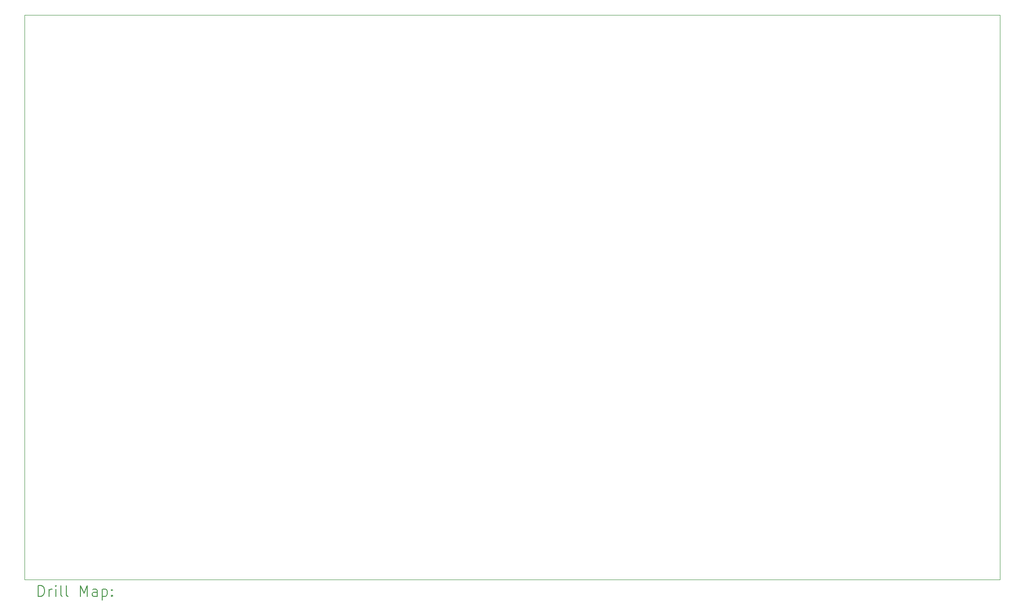
<source format=gbr>
%TF.GenerationSoftware,KiCad,Pcbnew,9.0.0*%
%TF.CreationDate,2025-04-05T21:22:51+05:30*%
%TF.ProjectId,Power Monitor System,506f7765-7220-44d6-9f6e-69746f722053,rev?*%
%TF.SameCoordinates,Original*%
%TF.FileFunction,Drillmap*%
%TF.FilePolarity,Positive*%
%FSLAX45Y45*%
G04 Gerber Fmt 4.5, Leading zero omitted, Abs format (unit mm)*
G04 Created by KiCad (PCBNEW 9.0.0) date 2025-04-05 21:22:51*
%MOMM*%
%LPD*%
G01*
G04 APERTURE LIST*
%ADD10C,0.050000*%
%ADD11C,0.200000*%
G04 APERTURE END LIST*
D10*
X5925000Y-4250000D02*
X24100000Y-4250000D01*
X24100000Y-14775000D01*
X5925000Y-14775000D01*
X5925000Y-4250000D01*
D11*
X6183277Y-15088984D02*
X6183277Y-14888984D01*
X6183277Y-14888984D02*
X6230896Y-14888984D01*
X6230896Y-14888984D02*
X6259467Y-14898508D01*
X6259467Y-14898508D02*
X6278515Y-14917555D01*
X6278515Y-14917555D02*
X6288039Y-14936603D01*
X6288039Y-14936603D02*
X6297562Y-14974698D01*
X6297562Y-14974698D02*
X6297562Y-15003269D01*
X6297562Y-15003269D02*
X6288039Y-15041365D01*
X6288039Y-15041365D02*
X6278515Y-15060412D01*
X6278515Y-15060412D02*
X6259467Y-15079460D01*
X6259467Y-15079460D02*
X6230896Y-15088984D01*
X6230896Y-15088984D02*
X6183277Y-15088984D01*
X6383277Y-15088984D02*
X6383277Y-14955650D01*
X6383277Y-14993746D02*
X6392801Y-14974698D01*
X6392801Y-14974698D02*
X6402324Y-14965174D01*
X6402324Y-14965174D02*
X6421372Y-14955650D01*
X6421372Y-14955650D02*
X6440420Y-14955650D01*
X6507086Y-15088984D02*
X6507086Y-14955650D01*
X6507086Y-14888984D02*
X6497562Y-14898508D01*
X6497562Y-14898508D02*
X6507086Y-14908031D01*
X6507086Y-14908031D02*
X6516610Y-14898508D01*
X6516610Y-14898508D02*
X6507086Y-14888984D01*
X6507086Y-14888984D02*
X6507086Y-14908031D01*
X6630896Y-15088984D02*
X6611848Y-15079460D01*
X6611848Y-15079460D02*
X6602324Y-15060412D01*
X6602324Y-15060412D02*
X6602324Y-14888984D01*
X6735658Y-15088984D02*
X6716610Y-15079460D01*
X6716610Y-15079460D02*
X6707086Y-15060412D01*
X6707086Y-15060412D02*
X6707086Y-14888984D01*
X6964229Y-15088984D02*
X6964229Y-14888984D01*
X6964229Y-14888984D02*
X7030896Y-15031841D01*
X7030896Y-15031841D02*
X7097562Y-14888984D01*
X7097562Y-14888984D02*
X7097562Y-15088984D01*
X7278515Y-15088984D02*
X7278515Y-14984222D01*
X7278515Y-14984222D02*
X7268991Y-14965174D01*
X7268991Y-14965174D02*
X7249943Y-14955650D01*
X7249943Y-14955650D02*
X7211848Y-14955650D01*
X7211848Y-14955650D02*
X7192801Y-14965174D01*
X7278515Y-15079460D02*
X7259467Y-15088984D01*
X7259467Y-15088984D02*
X7211848Y-15088984D01*
X7211848Y-15088984D02*
X7192801Y-15079460D01*
X7192801Y-15079460D02*
X7183277Y-15060412D01*
X7183277Y-15060412D02*
X7183277Y-15041365D01*
X7183277Y-15041365D02*
X7192801Y-15022317D01*
X7192801Y-15022317D02*
X7211848Y-15012793D01*
X7211848Y-15012793D02*
X7259467Y-15012793D01*
X7259467Y-15012793D02*
X7278515Y-15003269D01*
X7373753Y-14955650D02*
X7373753Y-15155650D01*
X7373753Y-14965174D02*
X7392801Y-14955650D01*
X7392801Y-14955650D02*
X7430896Y-14955650D01*
X7430896Y-14955650D02*
X7449943Y-14965174D01*
X7449943Y-14965174D02*
X7459467Y-14974698D01*
X7459467Y-14974698D02*
X7468991Y-14993746D01*
X7468991Y-14993746D02*
X7468991Y-15050888D01*
X7468991Y-15050888D02*
X7459467Y-15069936D01*
X7459467Y-15069936D02*
X7449943Y-15079460D01*
X7449943Y-15079460D02*
X7430896Y-15088984D01*
X7430896Y-15088984D02*
X7392801Y-15088984D01*
X7392801Y-15088984D02*
X7373753Y-15079460D01*
X7554705Y-15069936D02*
X7564229Y-15079460D01*
X7564229Y-15079460D02*
X7554705Y-15088984D01*
X7554705Y-15088984D02*
X7545182Y-15079460D01*
X7545182Y-15079460D02*
X7554705Y-15069936D01*
X7554705Y-15069936D02*
X7554705Y-15088984D01*
X7554705Y-14965174D02*
X7564229Y-14974698D01*
X7564229Y-14974698D02*
X7554705Y-14984222D01*
X7554705Y-14984222D02*
X7545182Y-14974698D01*
X7545182Y-14974698D02*
X7554705Y-14965174D01*
X7554705Y-14965174D02*
X7554705Y-14984222D01*
M02*

</source>
